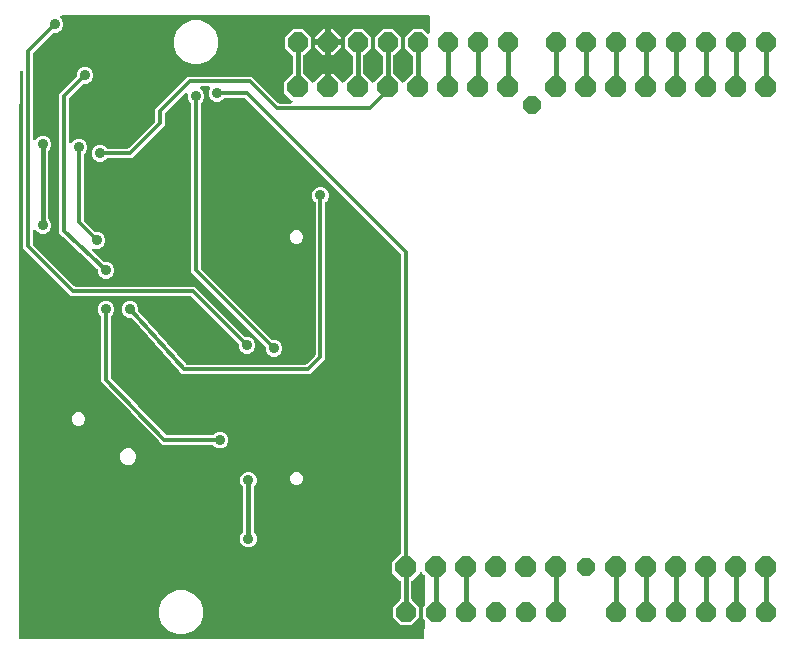
<source format=gbr>
G04 EAGLE Gerber RS-274X export*
G75*
%MOMM*%
%FSLAX34Y34*%
%LPD*%
%INBottom Copper*%
%IPPOS*%
%AMOC8*
5,1,8,0,0,1.08239X$1,22.5*%
G01*
%ADD10P,1.814519X8X22.500000*%
%ADD11P,1.649562X8X22.500000*%
%ADD12P,1.924489X8X112.500000*%
%ADD13P,1.924489X8X292.500000*%
%ADD14C,0.406400*%
%ADD15C,0.906400*%
%ADD16C,0.304800*%

G36*
X344251Y2543D02*
X344251Y2543D01*
X344270Y2541D01*
X344425Y2563D01*
X344579Y2581D01*
X344597Y2587D01*
X344616Y2590D01*
X344761Y2646D01*
X344907Y2698D01*
X344923Y2708D01*
X344941Y2715D01*
X345069Y2803D01*
X345200Y2887D01*
X345213Y2901D01*
X345229Y2911D01*
X345334Y3026D01*
X345442Y3138D01*
X345452Y3154D01*
X345465Y3168D01*
X345541Y3303D01*
X345621Y3437D01*
X345627Y3455D01*
X345636Y3471D01*
X345680Y3621D01*
X345727Y3769D01*
X345729Y3788D01*
X345734Y3806D01*
X345756Y4050D01*
X345898Y19010D01*
X345884Y19143D01*
X345877Y19276D01*
X345865Y19316D01*
X345861Y19356D01*
X345817Y19483D01*
X345780Y19611D01*
X345760Y19647D01*
X345747Y19686D01*
X345675Y19799D01*
X345610Y19915D01*
X345577Y19954D01*
X345560Y19980D01*
X345525Y20015D01*
X345451Y20101D01*
X344677Y20876D01*
X344677Y29924D01*
X345574Y30821D01*
X345648Y30914D01*
X345728Y31002D01*
X345756Y31050D01*
X345790Y31094D01*
X345841Y31201D01*
X345900Y31305D01*
X345915Y31358D01*
X345939Y31409D01*
X345964Y31525D01*
X345998Y31640D01*
X346004Y31711D01*
X346012Y31749D01*
X346012Y31795D01*
X346020Y31883D01*
X346249Y56040D01*
X346235Y56173D01*
X346228Y56307D01*
X346216Y56346D01*
X346212Y56387D01*
X346168Y56513D01*
X346131Y56642D01*
X346111Y56677D01*
X346098Y56716D01*
X346026Y56829D01*
X345961Y56946D01*
X345928Y56985D01*
X345911Y57011D01*
X345876Y57046D01*
X345803Y57132D01*
X343977Y58957D01*
X343957Y58974D01*
X343940Y58994D01*
X343820Y59082D01*
X343704Y59174D01*
X343680Y59185D01*
X343659Y59201D01*
X343523Y59260D01*
X343389Y59323D01*
X343363Y59328D01*
X343339Y59339D01*
X343193Y59365D01*
X343048Y59396D01*
X343022Y59396D01*
X342996Y59401D01*
X342848Y59393D01*
X342700Y59390D01*
X342674Y59384D01*
X342648Y59383D01*
X342506Y59342D01*
X342362Y59305D01*
X342339Y59293D01*
X342313Y59286D01*
X342184Y59214D01*
X342052Y59146D01*
X342032Y59129D01*
X342009Y59116D01*
X341823Y58957D01*
X335219Y52353D01*
X335155Y52273D01*
X335095Y52211D01*
X335083Y52191D01*
X335056Y52161D01*
X335032Y52118D01*
X335002Y52080D01*
X334948Y51966D01*
X334943Y51956D01*
X334916Y51912D01*
X334913Y51903D01*
X334887Y51855D01*
X334874Y51809D01*
X334853Y51765D01*
X334827Y51642D01*
X334792Y51520D01*
X334787Y51459D01*
X334780Y51425D01*
X334781Y51377D01*
X334773Y51276D01*
X334773Y36905D01*
X334787Y36780D01*
X334794Y36653D01*
X334807Y36607D01*
X334813Y36559D01*
X334855Y36440D01*
X334890Y36319D01*
X334914Y36276D01*
X334930Y36231D01*
X334999Y36125D01*
X335060Y36014D01*
X335100Y35968D01*
X335119Y35938D01*
X335154Y35905D01*
X335219Y35828D01*
X341123Y29924D01*
X341123Y20876D01*
X334724Y14477D01*
X325676Y14477D01*
X319277Y20876D01*
X319277Y29924D01*
X325181Y35828D01*
X325260Y35927D01*
X325344Y36021D01*
X325368Y36063D01*
X325398Y36101D01*
X325452Y36215D01*
X325513Y36326D01*
X325526Y36373D01*
X325547Y36416D01*
X325573Y36540D01*
X325608Y36662D01*
X325613Y36722D01*
X325620Y36757D01*
X325619Y36805D01*
X325627Y36905D01*
X325627Y51276D01*
X325613Y51402D01*
X325606Y51528D01*
X325593Y51575D01*
X325587Y51623D01*
X325545Y51741D01*
X325510Y51863D01*
X325486Y51905D01*
X325470Y51951D01*
X325442Y51993D01*
X325438Y52005D01*
X325399Y52061D01*
X325340Y52167D01*
X325300Y52213D01*
X325281Y52243D01*
X325254Y52269D01*
X325239Y52292D01*
X325218Y52311D01*
X325181Y52353D01*
X318769Y58765D01*
X318769Y68235D01*
X325689Y75155D01*
X325768Y75254D01*
X325852Y75347D01*
X325876Y75390D01*
X325906Y75428D01*
X325960Y75542D01*
X326021Y75653D01*
X326034Y75699D01*
X326055Y75743D01*
X326081Y75866D01*
X326116Y75988D01*
X326121Y76049D01*
X326128Y76083D01*
X326127Y76131D01*
X326135Y76232D01*
X326135Y327885D01*
X326121Y328011D01*
X326114Y328137D01*
X326101Y328184D01*
X326095Y328232D01*
X326053Y328351D01*
X326018Y328472D01*
X325994Y328514D01*
X325978Y328560D01*
X325909Y328666D01*
X325848Y328776D01*
X325808Y328822D01*
X325789Y328852D01*
X325754Y328886D01*
X325689Y328962D01*
X194342Y460309D01*
X194243Y460388D01*
X194150Y460472D01*
X194107Y460496D01*
X194069Y460526D01*
X193955Y460580D01*
X193845Y460641D01*
X193798Y460654D01*
X193754Y460675D01*
X193631Y460701D01*
X193509Y460736D01*
X193448Y460741D01*
X193414Y460748D01*
X193366Y460747D01*
X193265Y460755D01*
X176749Y460755D01*
X176623Y460741D01*
X176497Y460734D01*
X176450Y460721D01*
X176402Y460715D01*
X176283Y460673D01*
X176162Y460638D01*
X176120Y460614D01*
X176074Y460598D01*
X175968Y460529D01*
X175858Y460468D01*
X175811Y460428D01*
X175781Y460409D01*
X175748Y460374D01*
X175671Y460309D01*
X174186Y458824D01*
X171587Y457747D01*
X168773Y457747D01*
X166174Y458824D01*
X164184Y460814D01*
X163107Y463413D01*
X163107Y466227D01*
X164177Y468809D01*
X164218Y468954D01*
X164264Y469097D01*
X164266Y469121D01*
X164273Y469144D01*
X164280Y469295D01*
X164292Y469444D01*
X164288Y469468D01*
X164290Y469492D01*
X164263Y469640D01*
X164240Y469789D01*
X164231Y469811D01*
X164227Y469835D01*
X164167Y469973D01*
X164112Y470113D01*
X164098Y470133D01*
X164088Y470155D01*
X163998Y470276D01*
X163913Y470399D01*
X163895Y470415D01*
X163880Y470435D01*
X163765Y470532D01*
X163654Y470632D01*
X163633Y470644D01*
X163614Y470660D01*
X163481Y470728D01*
X163349Y470801D01*
X163325Y470807D01*
X163304Y470818D01*
X163158Y470855D01*
X163013Y470896D01*
X162984Y470898D01*
X162966Y470903D01*
X162919Y470903D01*
X162770Y470915D01*
X157445Y470915D01*
X157345Y470904D01*
X157244Y470902D01*
X157172Y470884D01*
X157098Y470875D01*
X157004Y470842D01*
X156906Y470817D01*
X156840Y470783D01*
X156770Y470758D01*
X156686Y470703D01*
X156597Y470657D01*
X156540Y470609D01*
X156477Y470569D01*
X156407Y470497D01*
X156331Y470432D01*
X156287Y470372D01*
X156235Y470318D01*
X156184Y470232D01*
X156124Y470151D01*
X156095Y470083D01*
X156056Y470019D01*
X156026Y469923D01*
X155986Y469831D01*
X155973Y469758D01*
X155950Y469687D01*
X155942Y469587D01*
X155924Y469488D01*
X155928Y469414D01*
X155922Y469340D01*
X155937Y469240D01*
X155942Y469140D01*
X155963Y469069D01*
X155974Y468995D01*
X156011Y468902D01*
X156039Y468805D01*
X156075Y468740D01*
X156103Y468671D01*
X156160Y468589D01*
X156209Y468501D01*
X156274Y468425D01*
X156302Y468385D01*
X156328Y468361D01*
X156367Y468315D01*
X158396Y466286D01*
X159473Y463687D01*
X159473Y460873D01*
X158396Y458274D01*
X156911Y456789D01*
X156832Y456690D01*
X156748Y456596D01*
X156724Y456553D01*
X156694Y456516D01*
X156640Y456401D01*
X156579Y456291D01*
X156566Y456244D01*
X156545Y456200D01*
X156519Y456077D01*
X156484Y455955D01*
X156479Y455894D01*
X156472Y455860D01*
X156473Y455812D01*
X156465Y455711D01*
X156465Y317275D01*
X156479Y317149D01*
X156486Y317023D01*
X156499Y316976D01*
X156505Y316928D01*
X156547Y316809D01*
X156582Y316688D01*
X156606Y316646D01*
X156622Y316600D01*
X156691Y316494D01*
X156752Y316384D01*
X156792Y316338D01*
X156811Y316308D01*
X156846Y316274D01*
X156911Y316198D01*
X216670Y256439D01*
X216769Y256360D01*
X216862Y256276D01*
X216905Y256252D01*
X216943Y256222D01*
X217057Y256168D01*
X217167Y256107D01*
X217214Y256094D01*
X217258Y256073D01*
X217381Y256047D01*
X217503Y256012D01*
X217564Y256007D01*
X217598Y256000D01*
X217646Y256001D01*
X217747Y255993D01*
X219847Y255993D01*
X222446Y254916D01*
X224436Y252926D01*
X225513Y250327D01*
X225513Y247513D01*
X224436Y244914D01*
X222446Y242924D01*
X219847Y241847D01*
X217033Y241847D01*
X214434Y242924D01*
X212444Y244914D01*
X211367Y247513D01*
X211367Y249613D01*
X211353Y249739D01*
X211346Y249865D01*
X211333Y249912D01*
X211327Y249960D01*
X211285Y250079D01*
X211250Y250200D01*
X211226Y250242D01*
X211210Y250288D01*
X211141Y250394D01*
X211080Y250504D01*
X211040Y250550D01*
X211021Y250580D01*
X210986Y250614D01*
X210921Y250690D01*
X148335Y313276D01*
X148335Y455711D01*
X148321Y455837D01*
X148314Y455963D01*
X148301Y456010D01*
X148295Y456058D01*
X148253Y456177D01*
X148218Y456298D01*
X148194Y456340D01*
X148178Y456386D01*
X148109Y456492D01*
X148048Y456602D01*
X148008Y456649D01*
X147989Y456679D01*
X147954Y456712D01*
X147889Y456789D01*
X146404Y458274D01*
X145327Y460873D01*
X145327Y463561D01*
X145316Y463661D01*
X145314Y463762D01*
X145296Y463834D01*
X145287Y463908D01*
X145254Y464002D01*
X145229Y464100D01*
X145195Y464166D01*
X145170Y464236D01*
X145115Y464320D01*
X145069Y464409D01*
X145021Y464466D01*
X144981Y464529D01*
X144909Y464598D01*
X144844Y464675D01*
X144784Y464719D01*
X144730Y464771D01*
X144644Y464822D01*
X144563Y464882D01*
X144495Y464911D01*
X144431Y464950D01*
X144335Y464980D01*
X144243Y465020D01*
X144170Y465033D01*
X144099Y465056D01*
X143999Y465064D01*
X143900Y465082D01*
X143826Y465078D01*
X143752Y465084D01*
X143652Y465069D01*
X143552Y465064D01*
X143481Y465043D01*
X143407Y465032D01*
X143314Y464995D01*
X143217Y464967D01*
X143152Y464931D01*
X143083Y464903D01*
X143001Y464846D01*
X142913Y464797D01*
X142837Y464732D01*
X142797Y464704D01*
X142773Y464678D01*
X142727Y464639D01*
X126431Y448342D01*
X126352Y448243D01*
X126268Y448150D01*
X126244Y448107D01*
X126214Y448069D01*
X126160Y447955D01*
X126099Y447845D01*
X126086Y447798D01*
X126065Y447754D01*
X126039Y447631D01*
X126004Y447509D01*
X125999Y447448D01*
X125992Y447414D01*
X125993Y447366D01*
X125985Y447265D01*
X125985Y437736D01*
X98204Y409955D01*
X77689Y409955D01*
X77563Y409941D01*
X77437Y409934D01*
X77390Y409921D01*
X77342Y409915D01*
X77223Y409873D01*
X77102Y409838D01*
X77060Y409814D01*
X77014Y409798D01*
X76908Y409729D01*
X76798Y409668D01*
X76751Y409628D01*
X76721Y409609D01*
X76688Y409574D01*
X76611Y409509D01*
X75126Y408024D01*
X72527Y406947D01*
X69713Y406947D01*
X67114Y408024D01*
X65124Y410014D01*
X64047Y412613D01*
X64047Y415427D01*
X65124Y418026D01*
X67114Y420016D01*
X69713Y421093D01*
X72527Y421093D01*
X75126Y420016D01*
X76611Y418531D01*
X76710Y418452D01*
X76804Y418368D01*
X76847Y418344D01*
X76884Y418314D01*
X76999Y418260D01*
X77109Y418199D01*
X77156Y418186D01*
X77200Y418165D01*
X77323Y418139D01*
X77445Y418104D01*
X77506Y418099D01*
X77540Y418092D01*
X77588Y418093D01*
X77689Y418085D01*
X94205Y418085D01*
X94331Y418099D01*
X94457Y418106D01*
X94504Y418119D01*
X94552Y418125D01*
X94671Y418167D01*
X94792Y418202D01*
X94834Y418226D01*
X94880Y418242D01*
X94986Y418311D01*
X95096Y418372D01*
X95142Y418412D01*
X95172Y418431D01*
X95206Y418466D01*
X95282Y418531D01*
X117409Y440658D01*
X117488Y440757D01*
X117572Y440850D01*
X117596Y440893D01*
X117626Y440931D01*
X117680Y441045D01*
X117741Y441155D01*
X117754Y441202D01*
X117775Y441246D01*
X117801Y441369D01*
X117836Y441491D01*
X117841Y441552D01*
X117848Y441586D01*
X117847Y441634D01*
X117855Y441735D01*
X117855Y451264D01*
X145636Y479045D01*
X199804Y479045D01*
X222218Y456631D01*
X222317Y456552D01*
X222410Y456468D01*
X222453Y456444D01*
X222491Y456414D01*
X222605Y456360D01*
X222715Y456299D01*
X222762Y456286D01*
X222806Y456265D01*
X222929Y456239D01*
X223051Y456204D01*
X223112Y456199D01*
X223146Y456192D01*
X223194Y456193D01*
X223295Y456185D01*
X232632Y456185D01*
X232732Y456196D01*
X232833Y456198D01*
X232905Y456216D01*
X232979Y456225D01*
X233073Y456258D01*
X233171Y456283D01*
X233237Y456317D01*
X233307Y456342D01*
X233391Y456397D01*
X233480Y456443D01*
X233537Y456491D01*
X233599Y456531D01*
X233669Y456603D01*
X233746Y456668D01*
X233790Y456728D01*
X233842Y456782D01*
X233893Y456868D01*
X233953Y456949D01*
X233982Y457017D01*
X234021Y457081D01*
X234051Y457177D01*
X234091Y457269D01*
X234104Y457342D01*
X234127Y457413D01*
X234135Y457513D01*
X234153Y457612D01*
X234149Y457686D01*
X234155Y457760D01*
X234140Y457860D01*
X234135Y457960D01*
X234114Y458031D01*
X234103Y458105D01*
X234066Y458198D01*
X234038Y458295D01*
X234002Y458360D01*
X233974Y458429D01*
X233917Y458511D01*
X233868Y458599D01*
X233803Y458675D01*
X233775Y458715D01*
X233749Y458739D01*
X233709Y458785D01*
X227329Y465165D01*
X227329Y474635D01*
X233741Y481047D01*
X233820Y481146D01*
X233904Y481239D01*
X233928Y481282D01*
X233958Y481320D01*
X234012Y481434D01*
X234073Y481545D01*
X234086Y481591D01*
X234107Y481635D01*
X234133Y481758D01*
X234168Y481880D01*
X234173Y481941D01*
X234180Y481975D01*
X234179Y482023D01*
X234187Y482124D01*
X234187Y496495D01*
X234173Y496620D01*
X234166Y496747D01*
X234153Y496793D01*
X234147Y496841D01*
X234105Y496960D01*
X234070Y497081D01*
X234046Y497124D01*
X234030Y497169D01*
X233961Y497275D01*
X233900Y497386D01*
X233860Y497432D01*
X233841Y497462D01*
X233806Y497495D01*
X233741Y497572D01*
X227837Y503476D01*
X227837Y512524D01*
X234236Y518923D01*
X243284Y518923D01*
X249683Y512524D01*
X249683Y503476D01*
X243779Y497572D01*
X243700Y497473D01*
X243616Y497379D01*
X243592Y497337D01*
X243562Y497299D01*
X243508Y497185D01*
X243447Y497074D01*
X243434Y497027D01*
X243413Y496984D01*
X243387Y496860D01*
X243352Y496738D01*
X243347Y496678D01*
X243340Y496643D01*
X243341Y496595D01*
X243333Y496495D01*
X243333Y482124D01*
X243347Y481998D01*
X243354Y481872D01*
X243367Y481826D01*
X243373Y481777D01*
X243415Y481658D01*
X243450Y481537D01*
X243474Y481495D01*
X243490Y481449D01*
X243559Y481343D01*
X243620Y481233D01*
X243660Y481187D01*
X243679Y481157D01*
X243714Y481123D01*
X243779Y481047D01*
X250383Y474443D01*
X250403Y474426D01*
X250420Y474406D01*
X250540Y474318D01*
X250656Y474226D01*
X250680Y474215D01*
X250701Y474199D01*
X250837Y474140D01*
X250971Y474077D01*
X250997Y474072D01*
X251021Y474061D01*
X251167Y474035D01*
X251312Y474004D01*
X251338Y474004D01*
X251364Y473999D01*
X251512Y474007D01*
X251660Y474010D01*
X251686Y474016D01*
X251712Y474017D01*
X251854Y474058D01*
X251998Y474095D01*
X252021Y474107D01*
X252047Y474114D01*
X252176Y474186D01*
X252308Y474254D01*
X252328Y474271D01*
X252351Y474284D01*
X252537Y474443D01*
X259425Y481331D01*
X261621Y481331D01*
X261621Y470916D01*
X261624Y470890D01*
X261622Y470864D01*
X261644Y470717D01*
X261661Y470570D01*
X261669Y470545D01*
X261673Y470519D01*
X261728Y470382D01*
X261778Y470242D01*
X261792Y470220D01*
X261802Y470195D01*
X261887Y470074D01*
X261967Y469949D01*
X261986Y469931D01*
X262001Y469909D01*
X262111Y469810D01*
X262218Y469707D01*
X262240Y469693D01*
X262260Y469676D01*
X262390Y469604D01*
X262517Y469528D01*
X262542Y469520D01*
X262565Y469507D01*
X262708Y469467D01*
X262849Y469422D01*
X262875Y469420D01*
X262900Y469413D01*
X263144Y469393D01*
X265176Y469393D01*
X265202Y469396D01*
X265228Y469394D01*
X265375Y469416D01*
X265522Y469433D01*
X265547Y469442D01*
X265573Y469446D01*
X265711Y469500D01*
X265850Y469550D01*
X265872Y469565D01*
X265897Y469574D01*
X266018Y469659D01*
X266143Y469739D01*
X266161Y469758D01*
X266183Y469773D01*
X266282Y469883D01*
X266385Y469990D01*
X266399Y470013D01*
X266416Y470032D01*
X266488Y470162D01*
X266564Y470289D01*
X266572Y470314D01*
X266585Y470337D01*
X266625Y470480D01*
X266670Y470621D01*
X266672Y470647D01*
X266680Y470672D01*
X266699Y470916D01*
X266699Y481331D01*
X268895Y481331D01*
X275783Y474443D01*
X275803Y474426D01*
X275820Y474406D01*
X275940Y474318D01*
X276056Y474226D01*
X276080Y474215D01*
X276101Y474199D01*
X276237Y474140D01*
X276371Y474077D01*
X276397Y474072D01*
X276421Y474061D01*
X276567Y474035D01*
X276712Y474004D01*
X276738Y474004D01*
X276764Y473999D01*
X276912Y474007D01*
X277060Y474010D01*
X277086Y474016D01*
X277112Y474017D01*
X277254Y474058D01*
X277398Y474095D01*
X277421Y474107D01*
X277447Y474114D01*
X277576Y474186D01*
X277708Y474254D01*
X277728Y474271D01*
X277751Y474284D01*
X277937Y474443D01*
X284541Y481047D01*
X284620Y481146D01*
X284704Y481239D01*
X284728Y481282D01*
X284758Y481320D01*
X284812Y481434D01*
X284873Y481545D01*
X284886Y481591D01*
X284907Y481635D01*
X284933Y481758D01*
X284968Y481880D01*
X284973Y481941D01*
X284980Y481975D01*
X284979Y482023D01*
X284987Y482124D01*
X284987Y496495D01*
X284973Y496620D01*
X284966Y496747D01*
X284953Y496793D01*
X284947Y496841D01*
X284905Y496960D01*
X284870Y497081D01*
X284846Y497124D01*
X284830Y497169D01*
X284761Y497275D01*
X284700Y497386D01*
X284660Y497432D01*
X284641Y497462D01*
X284606Y497495D01*
X284541Y497572D01*
X278637Y503476D01*
X278637Y512524D01*
X285036Y518923D01*
X294084Y518923D01*
X300483Y512524D01*
X300483Y503476D01*
X294579Y497572D01*
X294500Y497473D01*
X294416Y497379D01*
X294392Y497337D01*
X294362Y497299D01*
X294308Y497185D01*
X294247Y497074D01*
X294234Y497027D01*
X294213Y496984D01*
X294187Y496860D01*
X294152Y496738D01*
X294147Y496678D01*
X294140Y496643D01*
X294141Y496595D01*
X294133Y496495D01*
X294133Y482124D01*
X294147Y481998D01*
X294154Y481872D01*
X294167Y481826D01*
X294173Y481777D01*
X294215Y481658D01*
X294250Y481537D01*
X294274Y481495D01*
X294290Y481449D01*
X294359Y481343D01*
X294420Y481233D01*
X294460Y481187D01*
X294479Y481157D01*
X294514Y481123D01*
X294579Y481047D01*
X301183Y474443D01*
X301203Y474426D01*
X301220Y474406D01*
X301340Y474318D01*
X301456Y474226D01*
X301480Y474215D01*
X301501Y474199D01*
X301637Y474140D01*
X301771Y474077D01*
X301797Y474072D01*
X301821Y474061D01*
X301967Y474035D01*
X302112Y474004D01*
X302138Y474004D01*
X302164Y473999D01*
X302312Y474007D01*
X302460Y474010D01*
X302486Y474016D01*
X302512Y474017D01*
X302654Y474058D01*
X302798Y474095D01*
X302821Y474107D01*
X302847Y474114D01*
X302976Y474186D01*
X303108Y474254D01*
X303128Y474271D01*
X303151Y474284D01*
X303337Y474443D01*
X309941Y481047D01*
X310020Y481146D01*
X310104Y481239D01*
X310128Y481282D01*
X310158Y481320D01*
X310212Y481434D01*
X310273Y481545D01*
X310286Y481591D01*
X310307Y481635D01*
X310333Y481758D01*
X310368Y481880D01*
X310373Y481941D01*
X310380Y481975D01*
X310379Y482023D01*
X310387Y482124D01*
X310387Y496495D01*
X310373Y496620D01*
X310366Y496747D01*
X310353Y496793D01*
X310347Y496841D01*
X310305Y496960D01*
X310270Y497081D01*
X310246Y497124D01*
X310230Y497169D01*
X310161Y497275D01*
X310100Y497386D01*
X310060Y497432D01*
X310041Y497462D01*
X310006Y497495D01*
X309941Y497572D01*
X304037Y503476D01*
X304037Y512524D01*
X310436Y518923D01*
X319484Y518923D01*
X325883Y512524D01*
X325883Y503476D01*
X319979Y497572D01*
X319900Y497473D01*
X319816Y497379D01*
X319792Y497337D01*
X319762Y497299D01*
X319708Y497185D01*
X319647Y497074D01*
X319634Y497027D01*
X319613Y496984D01*
X319587Y496860D01*
X319552Y496738D01*
X319547Y496678D01*
X319540Y496643D01*
X319541Y496595D01*
X319533Y496495D01*
X319533Y482124D01*
X319547Y481998D01*
X319554Y481872D01*
X319567Y481826D01*
X319573Y481777D01*
X319615Y481658D01*
X319650Y481537D01*
X319674Y481495D01*
X319690Y481449D01*
X319759Y481343D01*
X319820Y481233D01*
X319860Y481187D01*
X319879Y481157D01*
X319914Y481123D01*
X319979Y481047D01*
X326583Y474443D01*
X326603Y474426D01*
X326620Y474406D01*
X326740Y474318D01*
X326856Y474226D01*
X326880Y474215D01*
X326901Y474199D01*
X327037Y474140D01*
X327171Y474077D01*
X327197Y474072D01*
X327221Y474061D01*
X327367Y474035D01*
X327512Y474004D01*
X327538Y474004D01*
X327564Y473999D01*
X327712Y474007D01*
X327860Y474010D01*
X327886Y474016D01*
X327912Y474017D01*
X328054Y474058D01*
X328198Y474095D01*
X328221Y474107D01*
X328247Y474114D01*
X328376Y474186D01*
X328508Y474254D01*
X328528Y474271D01*
X328551Y474284D01*
X328737Y474443D01*
X335341Y481047D01*
X335420Y481146D01*
X335504Y481239D01*
X335528Y481282D01*
X335558Y481320D01*
X335612Y481434D01*
X335673Y481545D01*
X335686Y481591D01*
X335707Y481635D01*
X335733Y481758D01*
X335768Y481880D01*
X335773Y481941D01*
X335780Y481975D01*
X335779Y482023D01*
X335787Y482124D01*
X335787Y496495D01*
X335773Y496620D01*
X335766Y496747D01*
X335753Y496793D01*
X335747Y496841D01*
X335705Y496960D01*
X335670Y497081D01*
X335646Y497124D01*
X335630Y497169D01*
X335561Y497275D01*
X335500Y497386D01*
X335460Y497432D01*
X335441Y497462D01*
X335406Y497495D01*
X335341Y497572D01*
X329437Y503476D01*
X329437Y512524D01*
X335836Y518923D01*
X344884Y518923D01*
X348016Y515791D01*
X348089Y515733D01*
X348156Y515667D01*
X348225Y515625D01*
X348289Y515574D01*
X348373Y515534D01*
X348453Y515486D01*
X348530Y515460D01*
X348604Y515425D01*
X348695Y515406D01*
X348784Y515376D01*
X348865Y515369D01*
X348945Y515352D01*
X349038Y515354D01*
X349131Y515345D01*
X349212Y515357D01*
X349293Y515358D01*
X349384Y515381D01*
X349476Y515394D01*
X349552Y515423D01*
X349631Y515443D01*
X349714Y515486D01*
X349801Y515519D01*
X349869Y515565D01*
X349941Y515603D01*
X350012Y515663D01*
X350089Y515715D01*
X350145Y515776D01*
X350207Y515828D01*
X350262Y515903D01*
X350325Y515972D01*
X350365Y516043D01*
X350414Y516109D01*
X350451Y516194D01*
X350497Y516275D01*
X350519Y516354D01*
X350552Y516429D01*
X350568Y516520D01*
X350595Y516610D01*
X350605Y516723D01*
X350614Y516772D01*
X350612Y516803D01*
X350616Y516854D01*
X350735Y529322D01*
X350731Y529355D01*
X350734Y529388D01*
X350713Y529528D01*
X350698Y529668D01*
X350687Y529700D01*
X350682Y529733D01*
X350630Y529864D01*
X350584Y529997D01*
X350566Y530026D01*
X350553Y530057D01*
X350473Y530172D01*
X350397Y530292D01*
X350373Y530316D01*
X350354Y530343D01*
X350250Y530437D01*
X350149Y530536D01*
X350121Y530554D01*
X350096Y530576D01*
X349972Y530645D01*
X349852Y530718D01*
X349820Y530729D01*
X349791Y530745D01*
X349655Y530783D01*
X349521Y530828D01*
X349488Y530831D01*
X349455Y530840D01*
X349211Y530859D01*
X39081Y530859D01*
X38981Y530848D01*
X38880Y530846D01*
X38808Y530828D01*
X38734Y530819D01*
X38640Y530785D01*
X38542Y530761D01*
X38476Y530727D01*
X38406Y530702D01*
X38322Y530647D01*
X38233Y530601D01*
X38176Y530553D01*
X38113Y530513D01*
X38044Y530441D01*
X37967Y530376D01*
X37923Y530316D01*
X37871Y530262D01*
X37820Y530176D01*
X37760Y530095D01*
X37731Y530027D01*
X37692Y529963D01*
X37662Y529867D01*
X37622Y529775D01*
X37609Y529702D01*
X37586Y529631D01*
X37578Y529531D01*
X37560Y529432D01*
X37564Y529358D01*
X37558Y529284D01*
X37573Y529184D01*
X37578Y529084D01*
X37599Y529013D01*
X37610Y528939D01*
X37647Y528846D01*
X37675Y528749D01*
X37711Y528684D01*
X37739Y528615D01*
X37796Y528533D01*
X37845Y528445D01*
X37910Y528369D01*
X37938Y528329D01*
X37964Y528305D01*
X38003Y528259D01*
X39016Y527246D01*
X40093Y524647D01*
X40093Y521833D01*
X39016Y519234D01*
X37026Y517244D01*
X34427Y516167D01*
X32327Y516167D01*
X32201Y516153D01*
X32075Y516146D01*
X32028Y516133D01*
X31980Y516127D01*
X31861Y516085D01*
X31740Y516050D01*
X31698Y516026D01*
X31652Y516010D01*
X31546Y515941D01*
X31436Y515880D01*
X31390Y515840D01*
X31360Y515821D01*
X31326Y515786D01*
X31250Y515721D01*
X14671Y499142D01*
X14592Y499043D01*
X14508Y498950D01*
X14484Y498907D01*
X14454Y498869D01*
X14400Y498755D01*
X14339Y498645D01*
X14326Y498598D01*
X14305Y498554D01*
X14279Y498431D01*
X14244Y498309D01*
X14239Y498248D01*
X14232Y498214D01*
X14233Y498166D01*
X14225Y498065D01*
X14225Y426685D01*
X14236Y426585D01*
X14238Y426484D01*
X14256Y426412D01*
X14265Y426338D01*
X14298Y426244D01*
X14323Y426146D01*
X14357Y426080D01*
X14382Y426010D01*
X14437Y425926D01*
X14483Y425837D01*
X14531Y425780D01*
X14571Y425717D01*
X14643Y425647D01*
X14708Y425571D01*
X14768Y425527D01*
X14822Y425475D01*
X14908Y425424D01*
X14989Y425364D01*
X15057Y425335D01*
X15121Y425296D01*
X15217Y425266D01*
X15309Y425226D01*
X15382Y425213D01*
X15453Y425190D01*
X15553Y425182D01*
X15652Y425164D01*
X15726Y425168D01*
X15800Y425162D01*
X15900Y425177D01*
X16000Y425182D01*
X16071Y425203D01*
X16145Y425214D01*
X16238Y425251D01*
X16335Y425279D01*
X16400Y425315D01*
X16469Y425343D01*
X16551Y425400D01*
X16639Y425449D01*
X16715Y425514D01*
X16755Y425542D01*
X16779Y425568D01*
X16825Y425607D01*
X18854Y427636D01*
X21453Y428713D01*
X24267Y428713D01*
X26866Y427636D01*
X28856Y425646D01*
X29933Y423047D01*
X29933Y420233D01*
X28856Y417634D01*
X27879Y416657D01*
X27800Y416558D01*
X27716Y416464D01*
X27692Y416421D01*
X27662Y416384D01*
X27608Y416269D01*
X27547Y416159D01*
X27534Y416112D01*
X27513Y416068D01*
X27487Y415945D01*
X27452Y415823D01*
X27447Y415762D01*
X27440Y415728D01*
X27441Y415680D01*
X27433Y415579D01*
X27433Y359121D01*
X27447Y358995D01*
X27454Y358869D01*
X27467Y358822D01*
X27473Y358774D01*
X27515Y358655D01*
X27550Y358534D01*
X27574Y358492D01*
X27590Y358446D01*
X27659Y358340D01*
X27720Y358230D01*
X27760Y358183D01*
X27779Y358153D01*
X27814Y358120D01*
X27879Y358043D01*
X28856Y357066D01*
X29933Y354467D01*
X29933Y351653D01*
X28856Y349054D01*
X26866Y347064D01*
X24267Y345987D01*
X21453Y345987D01*
X18854Y347064D01*
X16825Y349093D01*
X16747Y349155D01*
X16674Y349225D01*
X16610Y349263D01*
X16552Y349309D01*
X16461Y349352D01*
X16375Y349404D01*
X16304Y349426D01*
X16237Y349458D01*
X16139Y349479D01*
X16043Y349510D01*
X15969Y349516D01*
X15896Y349531D01*
X15796Y349530D01*
X15696Y349538D01*
X15622Y349527D01*
X15548Y349526D01*
X15451Y349501D01*
X15351Y349486D01*
X15282Y349459D01*
X15210Y349441D01*
X15121Y349395D01*
X15027Y349357D01*
X14966Y349315D01*
X14900Y349281D01*
X14824Y349216D01*
X14741Y349158D01*
X14691Y349103D01*
X14635Y349055D01*
X14575Y348974D01*
X14508Y348900D01*
X14472Y348835D01*
X14427Y348775D01*
X14388Y348683D01*
X14339Y348595D01*
X14319Y348523D01*
X14289Y348455D01*
X14272Y348356D01*
X14244Y348259D01*
X14236Y348159D01*
X14228Y348112D01*
X14230Y348076D01*
X14225Y348015D01*
X14225Y337595D01*
X14239Y337469D01*
X14246Y337343D01*
X14259Y337296D01*
X14265Y337248D01*
X14307Y337129D01*
X14342Y337008D01*
X14366Y336966D01*
X14382Y336920D01*
X14451Y336814D01*
X14512Y336704D01*
X14552Y336658D01*
X14571Y336628D01*
X14606Y336594D01*
X14671Y336518D01*
X49498Y301691D01*
X49597Y301612D01*
X49690Y301528D01*
X49733Y301504D01*
X49771Y301474D01*
X49885Y301420D01*
X49995Y301359D01*
X50042Y301346D01*
X50086Y301325D01*
X50209Y301299D01*
X50331Y301264D01*
X50392Y301259D01*
X50426Y301252D01*
X50474Y301253D01*
X50575Y301245D01*
X151544Y301245D01*
X193810Y258979D01*
X193909Y258900D01*
X194002Y258816D01*
X194045Y258792D01*
X194083Y258762D01*
X194197Y258708D01*
X194307Y258647D01*
X194354Y258634D01*
X194398Y258613D01*
X194521Y258587D01*
X194643Y258552D01*
X194704Y258547D01*
X194738Y258540D01*
X194786Y258541D01*
X194887Y258533D01*
X196987Y258533D01*
X199586Y257456D01*
X201576Y255466D01*
X202653Y252867D01*
X202653Y250053D01*
X201576Y247454D01*
X199586Y245464D01*
X196987Y244387D01*
X194173Y244387D01*
X191574Y245464D01*
X189584Y247454D01*
X188507Y250053D01*
X188507Y252153D01*
X188493Y252279D01*
X188486Y252405D01*
X188473Y252452D01*
X188467Y252500D01*
X188425Y252619D01*
X188390Y252740D01*
X188366Y252782D01*
X188350Y252828D01*
X188281Y252934D01*
X188220Y253044D01*
X188180Y253090D01*
X188161Y253120D01*
X188126Y253154D01*
X188061Y253230D01*
X148622Y292669D01*
X148523Y292748D01*
X148430Y292832D01*
X148387Y292856D01*
X148349Y292886D01*
X148235Y292940D01*
X148125Y293001D01*
X148078Y293014D01*
X148034Y293035D01*
X147911Y293061D01*
X147789Y293096D01*
X147728Y293101D01*
X147694Y293108D01*
X147646Y293107D01*
X147545Y293115D01*
X46576Y293115D01*
X6095Y333596D01*
X6095Y482348D01*
X6076Y482514D01*
X6059Y482680D01*
X6056Y482687D01*
X6055Y482694D01*
X5999Y482852D01*
X5944Y483010D01*
X5940Y483016D01*
X5938Y483023D01*
X5847Y483163D01*
X5758Y483304D01*
X5753Y483309D01*
X5749Y483315D01*
X5629Y483431D01*
X5510Y483549D01*
X5503Y483552D01*
X5498Y483558D01*
X5355Y483643D01*
X5212Y483730D01*
X5205Y483733D01*
X5199Y483736D01*
X5040Y483787D01*
X4881Y483840D01*
X4874Y483840D01*
X4867Y483843D01*
X4701Y483856D01*
X4534Y483871D01*
X4527Y483870D01*
X4520Y483871D01*
X4355Y483846D01*
X4189Y483823D01*
X4182Y483820D01*
X4175Y483819D01*
X4020Y483757D01*
X3864Y483697D01*
X3858Y483693D01*
X3851Y483690D01*
X3715Y483595D01*
X3576Y483501D01*
X3571Y483495D01*
X3565Y483491D01*
X3454Y483368D01*
X3340Y483244D01*
X3337Y483238D01*
X3332Y483232D01*
X3250Y483085D01*
X3169Y482941D01*
X3167Y482934D01*
X3163Y482927D01*
X3118Y482766D01*
X3071Y482606D01*
X3070Y482598D01*
X3068Y482592D01*
X3059Y482478D01*
X3049Y482363D01*
X2541Y428763D01*
X2541Y428758D01*
X2541Y428749D01*
X2541Y4064D01*
X2544Y4038D01*
X2542Y4012D01*
X2564Y3865D01*
X2581Y3718D01*
X2589Y3693D01*
X2593Y3667D01*
X2648Y3529D01*
X2698Y3390D01*
X2712Y3368D01*
X2722Y3343D01*
X2807Y3222D01*
X2887Y3097D01*
X2906Y3079D01*
X2921Y3057D01*
X3031Y2958D01*
X3138Y2855D01*
X3160Y2841D01*
X3180Y2824D01*
X3310Y2752D01*
X3437Y2676D01*
X3462Y2668D01*
X3485Y2655D01*
X3628Y2615D01*
X3769Y2570D01*
X3795Y2568D01*
X3820Y2560D01*
X4064Y2541D01*
X344233Y2541D01*
X344251Y2543D01*
G37*
%LPC*%
G36*
X74793Y307887D02*
X74793Y307887D01*
X72194Y308964D01*
X70204Y310954D01*
X69127Y313553D01*
X69127Y315316D01*
X69110Y315470D01*
X69096Y315624D01*
X69090Y315643D01*
X69087Y315663D01*
X69035Y315808D01*
X68987Y315955D01*
X68977Y315972D01*
X68970Y315991D01*
X68886Y316121D01*
X68806Y316252D01*
X68790Y316270D01*
X68781Y316284D01*
X68749Y316314D01*
X68641Y316433D01*
X39482Y343508D01*
X39403Y343566D01*
X39330Y343632D01*
X39263Y343669D01*
X39201Y343715D01*
X39124Y343748D01*
X37839Y345033D01*
X37821Y345047D01*
X37798Y345072D01*
X36575Y346208D01*
X36575Y347877D01*
X36573Y347898D01*
X36574Y347933D01*
X36508Y349730D01*
X36512Y349739D01*
X36529Y349836D01*
X36556Y349931D01*
X36564Y350034D01*
X36572Y350082D01*
X36571Y350117D01*
X36575Y350174D01*
X36575Y463964D01*
X50901Y478290D01*
X50971Y478378D01*
X50985Y478392D01*
X50989Y478399D01*
X51064Y478482D01*
X51088Y478525D01*
X51118Y478563D01*
X51172Y478677D01*
X51233Y478787D01*
X51246Y478834D01*
X51267Y478878D01*
X51293Y479001D01*
X51328Y479123D01*
X51333Y479184D01*
X51340Y479218D01*
X51339Y479266D01*
X51347Y479367D01*
X51347Y481467D01*
X52424Y484066D01*
X54414Y486056D01*
X57013Y487133D01*
X59827Y487133D01*
X62426Y486056D01*
X64416Y484066D01*
X65493Y481467D01*
X65493Y478653D01*
X64416Y476054D01*
X62426Y474064D01*
X59827Y472987D01*
X57727Y472987D01*
X57601Y472973D01*
X57475Y472966D01*
X57428Y472953D01*
X57380Y472947D01*
X57261Y472905D01*
X57140Y472870D01*
X57098Y472846D01*
X57052Y472830D01*
X56946Y472761D01*
X56836Y472700D01*
X56790Y472660D01*
X56760Y472641D01*
X56726Y472606D01*
X56650Y472541D01*
X45151Y461042D01*
X45072Y460943D01*
X44988Y460850D01*
X44964Y460807D01*
X44934Y460769D01*
X44880Y460655D01*
X44819Y460545D01*
X44806Y460498D01*
X44785Y460454D01*
X44759Y460331D01*
X44724Y460209D01*
X44719Y460148D01*
X44712Y460114D01*
X44713Y460066D01*
X44705Y459965D01*
X44705Y424145D01*
X44716Y424045D01*
X44718Y423944D01*
X44736Y423872D01*
X44745Y423798D01*
X44778Y423704D01*
X44803Y423606D01*
X44837Y423540D01*
X44862Y423470D01*
X44917Y423386D01*
X44963Y423297D01*
X45011Y423240D01*
X45051Y423177D01*
X45123Y423107D01*
X45188Y423031D01*
X45248Y422987D01*
X45302Y422935D01*
X45388Y422884D01*
X45469Y422824D01*
X45537Y422795D01*
X45601Y422756D01*
X45697Y422726D01*
X45789Y422686D01*
X45862Y422673D01*
X45933Y422650D01*
X46033Y422642D01*
X46132Y422624D01*
X46206Y422628D01*
X46280Y422622D01*
X46380Y422637D01*
X46480Y422642D01*
X46551Y422663D01*
X46625Y422674D01*
X46718Y422711D01*
X46815Y422739D01*
X46880Y422775D01*
X46949Y422803D01*
X47031Y422860D01*
X47119Y422909D01*
X47195Y422974D01*
X47235Y423002D01*
X47259Y423028D01*
X47305Y423067D01*
X49334Y425096D01*
X51933Y426173D01*
X54747Y426173D01*
X57346Y425096D01*
X59336Y423106D01*
X60413Y420507D01*
X60413Y417693D01*
X59336Y415094D01*
X57851Y413609D01*
X57772Y413510D01*
X57688Y413416D01*
X57664Y413373D01*
X57634Y413336D01*
X57580Y413221D01*
X57519Y413111D01*
X57506Y413064D01*
X57485Y413020D01*
X57459Y412897D01*
X57424Y412775D01*
X57419Y412714D01*
X57412Y412680D01*
X57413Y412632D01*
X57405Y412531D01*
X57405Y357915D01*
X57419Y357789D01*
X57426Y357663D01*
X57439Y357616D01*
X57445Y357568D01*
X57487Y357449D01*
X57522Y357328D01*
X57546Y357286D01*
X57562Y357240D01*
X57631Y357134D01*
X57692Y357024D01*
X57732Y356978D01*
X57751Y356948D01*
X57786Y356914D01*
X57851Y356838D01*
X66810Y347879D01*
X66909Y347800D01*
X67002Y347716D01*
X67045Y347692D01*
X67083Y347662D01*
X67197Y347608D01*
X67307Y347547D01*
X67354Y347534D01*
X67398Y347513D01*
X67521Y347487D01*
X67643Y347452D01*
X67704Y347447D01*
X67738Y347440D01*
X67786Y347441D01*
X67887Y347433D01*
X69987Y347433D01*
X72586Y346356D01*
X74576Y344366D01*
X75653Y341767D01*
X75653Y338953D01*
X74576Y336354D01*
X72586Y334364D01*
X69987Y333287D01*
X67173Y333287D01*
X66452Y333586D01*
X66376Y333608D01*
X66304Y333639D01*
X66209Y333655D01*
X66117Y333682D01*
X66038Y333686D01*
X65961Y333699D01*
X65865Y333694D01*
X65769Y333699D01*
X65691Y333685D01*
X65613Y333680D01*
X65521Y333653D01*
X65426Y333636D01*
X65354Y333605D01*
X65278Y333583D01*
X65194Y333536D01*
X65106Y333497D01*
X65043Y333450D01*
X64975Y333412D01*
X64904Y333347D01*
X64826Y333289D01*
X64776Y333229D01*
X64718Y333176D01*
X64663Y333097D01*
X64601Y333023D01*
X64565Y332953D01*
X64521Y332889D01*
X64486Y332799D01*
X64442Y332713D01*
X64424Y332637D01*
X64395Y332564D01*
X64382Y332468D01*
X64358Y332375D01*
X64357Y332296D01*
X64346Y332219D01*
X64355Y332123D01*
X64353Y332026D01*
X64370Y331950D01*
X64377Y331872D01*
X64407Y331780D01*
X64428Y331686D01*
X64461Y331615D01*
X64486Y331540D01*
X64536Y331458D01*
X64577Y331371D01*
X64626Y331310D01*
X64667Y331243D01*
X64765Y331137D01*
X64795Y331099D01*
X64811Y331086D01*
X64832Y331063D01*
X74118Y322440D01*
X74198Y322382D01*
X74271Y322316D01*
X74338Y322279D01*
X74399Y322233D01*
X74490Y322195D01*
X74576Y322147D01*
X74649Y322126D01*
X74720Y322096D01*
X74817Y322079D01*
X74911Y322052D01*
X75015Y322044D01*
X75063Y322036D01*
X75097Y322037D01*
X75155Y322033D01*
X77607Y322033D01*
X80206Y320956D01*
X82196Y318966D01*
X83273Y316367D01*
X83273Y313553D01*
X82196Y310954D01*
X80206Y308964D01*
X77607Y307887D01*
X74793Y307887D01*
G37*
%LPD*%
%LPC*%
G36*
X142173Y227073D02*
X142173Y227073D01*
X142143Y227071D01*
X142093Y227075D01*
X140430Y227075D01*
X139317Y228312D01*
X139294Y228332D01*
X139262Y228370D01*
X138050Y229581D01*
X138048Y229587D01*
X138018Y229670D01*
X137971Y229743D01*
X137933Y229820D01*
X137856Y229921D01*
X137829Y229963D01*
X137810Y229981D01*
X137784Y230015D01*
X97871Y274363D01*
X97746Y274473D01*
X97623Y274584D01*
X97616Y274588D01*
X97609Y274594D01*
X97463Y274672D01*
X97318Y274753D01*
X97310Y274755D01*
X97303Y274759D01*
X97142Y274802D01*
X96982Y274848D01*
X96973Y274848D01*
X96966Y274850D01*
X96939Y274851D01*
X96739Y274867D01*
X95113Y274867D01*
X92514Y275944D01*
X90524Y277934D01*
X89447Y280533D01*
X89447Y283347D01*
X90524Y285946D01*
X92514Y287936D01*
X95113Y289013D01*
X97927Y289013D01*
X100526Y287936D01*
X102516Y285946D01*
X103593Y283347D01*
X103593Y280742D01*
X103603Y280656D01*
X103603Y280570D01*
X103623Y280484D01*
X103633Y280396D01*
X103662Y280314D01*
X103681Y280230D01*
X103720Y280151D01*
X103750Y280068D01*
X103797Y279995D01*
X103835Y279917D01*
X103912Y279817D01*
X103939Y279775D01*
X103958Y279757D01*
X103984Y279723D01*
X143596Y235709D01*
X143722Y235599D01*
X143844Y235488D01*
X143852Y235484D01*
X143858Y235478D01*
X144004Y235400D01*
X144149Y235319D01*
X144157Y235317D01*
X144165Y235313D01*
X144325Y235269D01*
X144485Y235224D01*
X144495Y235224D01*
X144501Y235222D01*
X144528Y235221D01*
X144729Y235205D01*
X245335Y235205D01*
X245461Y235219D01*
X245587Y235226D01*
X245634Y235239D01*
X245682Y235245D01*
X245801Y235287D01*
X245922Y235322D01*
X245964Y235346D01*
X246010Y235362D01*
X246116Y235431D01*
X246226Y235492D01*
X246272Y235532D01*
X246302Y235551D01*
X246336Y235586D01*
X246412Y235651D01*
X253299Y242538D01*
X253378Y242637D01*
X253462Y242730D01*
X253486Y242773D01*
X253516Y242811D01*
X253570Y242925D01*
X253631Y243035D01*
X253644Y243082D01*
X253665Y243126D01*
X253691Y243249D01*
X253726Y243371D01*
X253731Y243432D01*
X253738Y243466D01*
X253737Y243514D01*
X253745Y243615D01*
X253745Y371891D01*
X253731Y372017D01*
X253724Y372143D01*
X253711Y372190D01*
X253705Y372238D01*
X253663Y372357D01*
X253628Y372478D01*
X253604Y372520D01*
X253588Y372566D01*
X253519Y372672D01*
X253458Y372782D01*
X253418Y372829D01*
X253399Y372859D01*
X253364Y372892D01*
X253299Y372969D01*
X251814Y374454D01*
X250737Y377053D01*
X250737Y379867D01*
X251814Y382466D01*
X253804Y384456D01*
X256403Y385533D01*
X259217Y385533D01*
X261816Y384456D01*
X263806Y382466D01*
X264883Y379867D01*
X264883Y377053D01*
X263806Y374454D01*
X262321Y372969D01*
X262242Y372870D01*
X262158Y372776D01*
X262134Y372733D01*
X262104Y372696D01*
X262050Y372581D01*
X261989Y372471D01*
X261976Y372424D01*
X261955Y372380D01*
X261929Y372257D01*
X261894Y372135D01*
X261889Y372074D01*
X261882Y372040D01*
X261883Y371992D01*
X261875Y371891D01*
X261875Y239616D01*
X249334Y227075D01*
X144384Y227075D01*
X144298Y227065D01*
X144212Y227065D01*
X144126Y227045D01*
X144038Y227035D01*
X143957Y227006D01*
X143872Y226987D01*
X143867Y226984D01*
X142173Y227073D01*
G37*
%LPD*%
%LPC*%
G36*
X171313Y164377D02*
X171313Y164377D01*
X168714Y165454D01*
X167229Y166939D01*
X167130Y167018D01*
X167036Y167102D01*
X166993Y167126D01*
X166956Y167156D01*
X166841Y167210D01*
X166731Y167271D01*
X166684Y167284D01*
X166640Y167305D01*
X166517Y167331D01*
X166395Y167366D01*
X166334Y167371D01*
X166300Y167378D01*
X166252Y167377D01*
X166151Y167385D01*
X128003Y167385D01*
X127887Y167372D01*
X127770Y167367D01*
X127742Y167359D01*
X125714Y167385D01*
X125707Y167384D01*
X125695Y167385D01*
X124016Y167385D01*
X122845Y168586D01*
X122839Y168591D01*
X122831Y168600D01*
X121400Y170032D01*
X121389Y170052D01*
X121341Y170109D01*
X121319Y170144D01*
X121287Y170175D01*
X121233Y170240D01*
X73315Y219386D01*
X73309Y219391D01*
X73302Y219400D01*
X72114Y220588D01*
X72135Y222266D01*
X72134Y222273D01*
X72135Y222285D01*
X72135Y275371D01*
X72121Y275497D01*
X72114Y275623D01*
X72101Y275670D01*
X72095Y275718D01*
X72053Y275837D01*
X72018Y275958D01*
X71994Y276000D01*
X71978Y276046D01*
X71909Y276152D01*
X71848Y276262D01*
X71808Y276309D01*
X71789Y276339D01*
X71754Y276372D01*
X71689Y276449D01*
X70204Y277934D01*
X69127Y280533D01*
X69127Y283347D01*
X70204Y285946D01*
X72194Y287936D01*
X74793Y289013D01*
X77607Y289013D01*
X80206Y287936D01*
X82196Y285946D01*
X83273Y283347D01*
X83273Y280533D01*
X82196Y277934D01*
X80711Y276449D01*
X80632Y276350D01*
X80548Y276256D01*
X80524Y276213D01*
X80494Y276176D01*
X80440Y276061D01*
X80379Y275951D01*
X80366Y275904D01*
X80345Y275860D01*
X80319Y275737D01*
X80284Y275615D01*
X80279Y275554D01*
X80272Y275520D01*
X80273Y275472D01*
X80265Y275371D01*
X80265Y224523D01*
X80278Y224407D01*
X80283Y224291D01*
X80298Y224235D01*
X80305Y224177D01*
X80344Y224067D01*
X80375Y223954D01*
X80403Y223903D01*
X80422Y223849D01*
X80485Y223751D01*
X80541Y223648D01*
X80589Y223591D01*
X80611Y223556D01*
X80643Y223525D01*
X80697Y223460D01*
X126995Y175975D01*
X127101Y175889D01*
X127202Y175798D01*
X127236Y175779D01*
X127266Y175755D01*
X127388Y175695D01*
X127507Y175629D01*
X127544Y175619D01*
X127579Y175602D01*
X127711Y175571D01*
X127842Y175534D01*
X127890Y175531D01*
X127919Y175524D01*
X127969Y175524D01*
X128086Y175515D01*
X166151Y175515D01*
X166277Y175529D01*
X166403Y175536D01*
X166450Y175549D01*
X166498Y175555D01*
X166617Y175597D01*
X166738Y175632D01*
X166780Y175656D01*
X166826Y175672D01*
X166932Y175741D01*
X167042Y175802D01*
X167089Y175842D01*
X167119Y175861D01*
X167152Y175896D01*
X167229Y175961D01*
X168714Y177446D01*
X171313Y178523D01*
X174127Y178523D01*
X176726Y177446D01*
X178716Y175456D01*
X179793Y172857D01*
X179793Y170043D01*
X178716Y167444D01*
X176726Y165454D01*
X174127Y164377D01*
X171313Y164377D01*
G37*
%LPD*%
%LPC*%
G36*
X148712Y489459D02*
X148712Y489459D01*
X141897Y492282D01*
X136682Y497497D01*
X133859Y504312D01*
X133859Y511688D01*
X136682Y518503D01*
X141897Y523718D01*
X148712Y526541D01*
X156088Y526541D01*
X162903Y523718D01*
X168118Y518503D01*
X170941Y511688D01*
X170941Y504312D01*
X168118Y497497D01*
X162903Y492282D01*
X156088Y489459D01*
X148712Y489459D01*
G37*
%LPD*%
%LPC*%
G36*
X136012Y6859D02*
X136012Y6859D01*
X129197Y9682D01*
X123982Y14897D01*
X121159Y21712D01*
X121159Y29088D01*
X123982Y35903D01*
X129197Y41118D01*
X136012Y43941D01*
X143388Y43941D01*
X150203Y41118D01*
X155418Y35903D01*
X158241Y29088D01*
X158241Y21712D01*
X155418Y14897D01*
X150203Y9682D01*
X143388Y6859D01*
X136012Y6859D01*
G37*
%LPD*%
%LPC*%
G36*
X195443Y80557D02*
X195443Y80557D01*
X192844Y81634D01*
X190854Y83624D01*
X189777Y86223D01*
X189777Y89037D01*
X190854Y91636D01*
X191831Y92613D01*
X191910Y92712D01*
X191994Y92806D01*
X192018Y92849D01*
X192048Y92886D01*
X192102Y93001D01*
X192163Y93111D01*
X192176Y93158D01*
X192197Y93202D01*
X192223Y93325D01*
X192258Y93447D01*
X192263Y93508D01*
X192270Y93542D01*
X192269Y93590D01*
X192277Y93691D01*
X192277Y131099D01*
X192263Y131225D01*
X192256Y131351D01*
X192243Y131398D01*
X192237Y131446D01*
X192195Y131565D01*
X192160Y131686D01*
X192136Y131728D01*
X192120Y131774D01*
X192051Y131880D01*
X191990Y131990D01*
X191950Y132037D01*
X191931Y132067D01*
X191896Y132100D01*
X191831Y132177D01*
X190854Y133154D01*
X189777Y135753D01*
X189777Y138567D01*
X190854Y141166D01*
X192844Y143156D01*
X195443Y144233D01*
X198257Y144233D01*
X200856Y143156D01*
X202846Y141166D01*
X203923Y138567D01*
X203923Y135753D01*
X202846Y133154D01*
X201869Y132177D01*
X201790Y132078D01*
X201706Y131984D01*
X201682Y131941D01*
X201652Y131904D01*
X201598Y131789D01*
X201537Y131679D01*
X201524Y131632D01*
X201503Y131588D01*
X201477Y131465D01*
X201442Y131343D01*
X201437Y131282D01*
X201430Y131248D01*
X201431Y131200D01*
X201423Y131099D01*
X201423Y93691D01*
X201437Y93565D01*
X201444Y93439D01*
X201457Y93392D01*
X201463Y93344D01*
X201505Y93225D01*
X201540Y93104D01*
X201564Y93062D01*
X201580Y93016D01*
X201649Y92910D01*
X201710Y92800D01*
X201750Y92753D01*
X201769Y92723D01*
X201804Y92690D01*
X201869Y92613D01*
X202846Y91636D01*
X203923Y89037D01*
X203923Y86223D01*
X202846Y83624D01*
X200856Y81634D01*
X198257Y80557D01*
X195443Y80557D01*
G37*
%LPD*%
%LPC*%
G36*
X93610Y150109D02*
X93610Y150109D01*
X91022Y151181D01*
X89041Y153162D01*
X87969Y155750D01*
X87969Y158550D01*
X89041Y161138D01*
X91022Y163119D01*
X93610Y164191D01*
X96410Y164191D01*
X98998Y163119D01*
X100979Y161138D01*
X102051Y158550D01*
X102051Y155750D01*
X100979Y153162D01*
X98998Y151181D01*
X96410Y150109D01*
X93610Y150109D01*
G37*
%LPD*%
%LPC*%
G36*
X236298Y337659D02*
X236298Y337659D01*
X234261Y338503D01*
X232703Y340061D01*
X231859Y342098D01*
X231859Y344302D01*
X232703Y346339D01*
X234261Y347897D01*
X236298Y348741D01*
X238502Y348741D01*
X240539Y347897D01*
X242097Y346339D01*
X242941Y344302D01*
X242941Y342098D01*
X242097Y340061D01*
X240539Y338503D01*
X238502Y337659D01*
X236298Y337659D01*
G37*
%LPD*%
%LPC*%
G36*
X51908Y183609D02*
X51908Y183609D01*
X49871Y184453D01*
X48313Y186011D01*
X47469Y188048D01*
X47469Y190252D01*
X48313Y192289D01*
X49871Y193847D01*
X51908Y194691D01*
X54112Y194691D01*
X56149Y193847D01*
X57707Y192289D01*
X58551Y190252D01*
X58551Y188048D01*
X57707Y186011D01*
X56149Y184453D01*
X54112Y183609D01*
X51908Y183609D01*
G37*
%LPD*%
%LPC*%
G36*
X236298Y133159D02*
X236298Y133159D01*
X234261Y134003D01*
X232703Y135561D01*
X231859Y137598D01*
X231859Y139802D01*
X232703Y141839D01*
X234261Y143397D01*
X236298Y144241D01*
X238502Y144241D01*
X240539Y143397D01*
X242097Y141839D01*
X242941Y139802D01*
X242941Y137598D01*
X242097Y135561D01*
X240539Y134003D01*
X238502Y133159D01*
X236298Y133159D01*
G37*
%LPD*%
%LPC*%
G36*
X266659Y510499D02*
X266659Y510499D01*
X266659Y518923D01*
X268684Y518923D01*
X275083Y512524D01*
X275083Y510499D01*
X266659Y510499D01*
G37*
%LPD*%
%LPC*%
G36*
X253237Y510499D02*
X253237Y510499D01*
X253237Y512524D01*
X259636Y518923D01*
X261661Y518923D01*
X261661Y510499D01*
X253237Y510499D01*
G37*
%LPD*%
%LPC*%
G36*
X266659Y497077D02*
X266659Y497077D01*
X266659Y505501D01*
X275083Y505501D01*
X275083Y503476D01*
X268684Y497077D01*
X266659Y497077D01*
G37*
%LPD*%
%LPC*%
G36*
X259636Y497077D02*
X259636Y497077D01*
X253237Y503476D01*
X253237Y505501D01*
X261661Y505501D01*
X261661Y497077D01*
X259636Y497077D01*
G37*
%LPD*%
D10*
X533400Y508000D03*
X508000Y25400D03*
X558800Y508000D03*
X584200Y508000D03*
X609600Y508000D03*
X635000Y508000D03*
X508000Y508000D03*
X482600Y508000D03*
X457200Y508000D03*
X416560Y508000D03*
X391160Y508000D03*
X365760Y508000D03*
X340360Y508000D03*
X314960Y508000D03*
X289560Y508000D03*
X264160Y508000D03*
X238760Y508000D03*
X533400Y25400D03*
X558800Y25400D03*
X584200Y25400D03*
X609600Y25400D03*
X635000Y25400D03*
X457200Y25400D03*
X431800Y25400D03*
X406400Y25400D03*
X381000Y25400D03*
X355600Y25400D03*
X330200Y25400D03*
D11*
X436880Y454660D03*
X482600Y63500D03*
D12*
X457200Y469900D03*
X482600Y469900D03*
X508000Y469900D03*
X533400Y469900D03*
X558800Y469900D03*
X584200Y469900D03*
X609600Y469900D03*
X635000Y469900D03*
X238760Y469900D03*
X264160Y469900D03*
X289560Y469900D03*
X314960Y469900D03*
X340360Y469900D03*
X365760Y469900D03*
X391160Y469900D03*
X416560Y469900D03*
D13*
X635000Y63500D03*
X609600Y63500D03*
X584200Y63500D03*
X558800Y63500D03*
X533400Y63500D03*
X508000Y63500D03*
X457200Y63500D03*
X431800Y63500D03*
X406400Y63500D03*
X381000Y63500D03*
X355600Y63500D03*
X330200Y63500D03*
D14*
X266700Y508000D02*
X264160Y508000D01*
X264160Y505460D02*
X264160Y469900D01*
X264160Y505460D02*
X266700Y508000D01*
D15*
X231140Y64770D03*
X71120Y373380D03*
X241300Y245110D03*
X57150Y167640D03*
X57150Y281940D03*
X180340Y91440D03*
D14*
X289560Y508000D02*
X292100Y508000D01*
X289560Y505460D02*
X289560Y469900D01*
X289560Y505460D02*
X292100Y508000D01*
X340360Y508000D02*
X342900Y508000D01*
X340360Y505460D02*
X340360Y469900D01*
X340360Y505460D02*
X342900Y508000D01*
D16*
X53340Y419100D02*
X53340Y355600D01*
X68580Y340360D01*
D15*
X53340Y419100D03*
X68580Y340360D03*
D14*
X314960Y508000D02*
X317500Y508000D01*
X314960Y505460D02*
X314960Y469900D01*
X314960Y505460D02*
X317500Y508000D01*
D16*
X96520Y414020D02*
X71120Y414020D01*
X96520Y414020D02*
X121920Y439420D01*
X121920Y449580D01*
X147320Y474980D01*
X198120Y474980D01*
X220980Y452120D01*
X314960Y467360D02*
X314960Y469900D01*
X299720Y452120D02*
X220980Y452120D01*
X299720Y452120D02*
X314960Y467360D01*
D15*
X71120Y414020D03*
D14*
X22860Y421640D02*
X22860Y353060D01*
X196850Y137160D02*
X196850Y87630D01*
D15*
X22860Y421640D03*
X22860Y353060D03*
X196850Y137160D03*
X196850Y87630D03*
D14*
X533400Y469900D02*
X533400Y508000D01*
D16*
X58420Y480060D02*
X40640Y462280D01*
X40640Y347980D01*
X76200Y314960D01*
D15*
X58420Y480060D03*
X76200Y314960D03*
D14*
X391160Y508000D02*
X393700Y508000D01*
X391160Y505460D02*
X391160Y469900D01*
X391160Y505460D02*
X393700Y508000D01*
X416560Y508000D02*
X419100Y508000D01*
X416560Y505460D02*
X416560Y469900D01*
X416560Y505460D02*
X419100Y508000D01*
D16*
X33020Y523240D02*
X10160Y500380D01*
X10160Y335280D01*
X48260Y297180D01*
X149860Y297180D01*
X195580Y251460D01*
D15*
X33020Y523240D03*
X195580Y251460D03*
D14*
X365760Y508000D02*
X368300Y508000D01*
X365760Y505460D02*
X365760Y469900D01*
X365760Y505460D02*
X368300Y508000D01*
X330200Y63500D02*
X330200Y25400D01*
D16*
X330200Y63500D02*
X330200Y330200D01*
X195580Y464820D02*
X170180Y464820D01*
X195580Y464820D02*
X330200Y330200D01*
D15*
X170180Y464820D03*
D16*
X152400Y314960D02*
X218440Y248920D01*
X152400Y314960D02*
X152400Y462280D01*
D15*
X218440Y248920D03*
X152400Y462280D03*
D14*
X381000Y63500D02*
X381000Y25400D01*
X584200Y25400D02*
X584200Y63500D01*
D16*
X76200Y222250D02*
X76200Y281940D01*
X76200Y222250D02*
X125730Y171450D01*
X172720Y171450D01*
D15*
X76200Y281940D03*
X172720Y171450D03*
D14*
X457200Y469900D02*
X457200Y508000D01*
X482600Y508000D02*
X482600Y469900D01*
X508000Y469900D02*
X508000Y508000D01*
X558800Y508000D02*
X558800Y469900D01*
X584200Y469900D02*
X584200Y508000D01*
X609600Y508000D02*
X609600Y469900D01*
X635000Y469900D02*
X635000Y508000D01*
X241300Y508000D02*
X238760Y508000D01*
X238760Y505460D02*
X238760Y469900D01*
X238760Y505460D02*
X241300Y508000D01*
X635000Y63500D02*
X635000Y25400D01*
X609600Y25400D02*
X609600Y63500D01*
X558800Y63500D02*
X558800Y25400D01*
X533400Y25400D02*
X533400Y63500D01*
X508000Y63500D02*
X508000Y25400D01*
X457200Y25400D02*
X457200Y63500D01*
X355600Y63500D02*
X355600Y25400D01*
D16*
X142240Y231140D02*
X96520Y281940D01*
X142240Y231140D02*
X247650Y231140D01*
X257810Y241300D01*
X257810Y378460D01*
D15*
X96520Y281940D03*
X257810Y378460D03*
M02*

</source>
